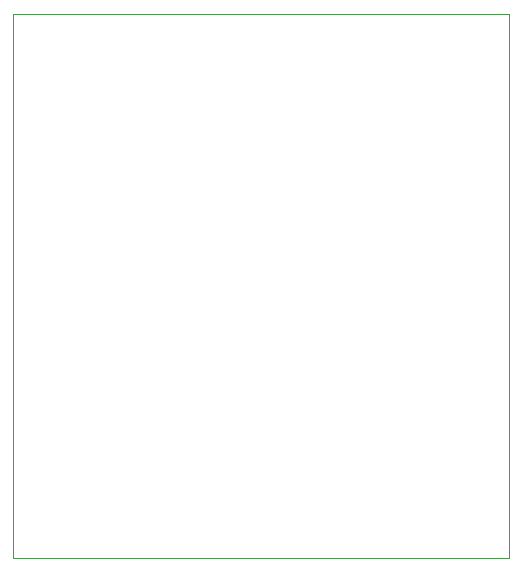
<source format=gbr>
%TF.GenerationSoftware,KiCad,Pcbnew,(6.0.6-0)*%
%TF.CreationDate,2022-08-05T14:47:47+04:00*%
%TF.ProjectId,AM Radio Receiver,414d2052-6164-4696-9f20-526563656976,rev?*%
%TF.SameCoordinates,Original*%
%TF.FileFunction,Profile,NP*%
%FSLAX46Y46*%
G04 Gerber Fmt 4.6, Leading zero omitted, Abs format (unit mm)*
G04 Created by KiCad (PCBNEW (6.0.6-0)) date 2022-08-05 14:47:47*
%MOMM*%
%LPD*%
G01*
G04 APERTURE LIST*
%TA.AperFunction,Profile*%
%ADD10C,0.100000*%
%TD*%
G04 APERTURE END LIST*
D10*
X29900000Y-43900000D02*
X71900000Y-43900000D01*
X71900000Y-43900000D02*
X71900000Y-89975000D01*
X71900000Y-89975000D02*
X29900000Y-89975000D01*
X29900000Y-89975000D02*
X29900000Y-43900000D01*
M02*

</source>
